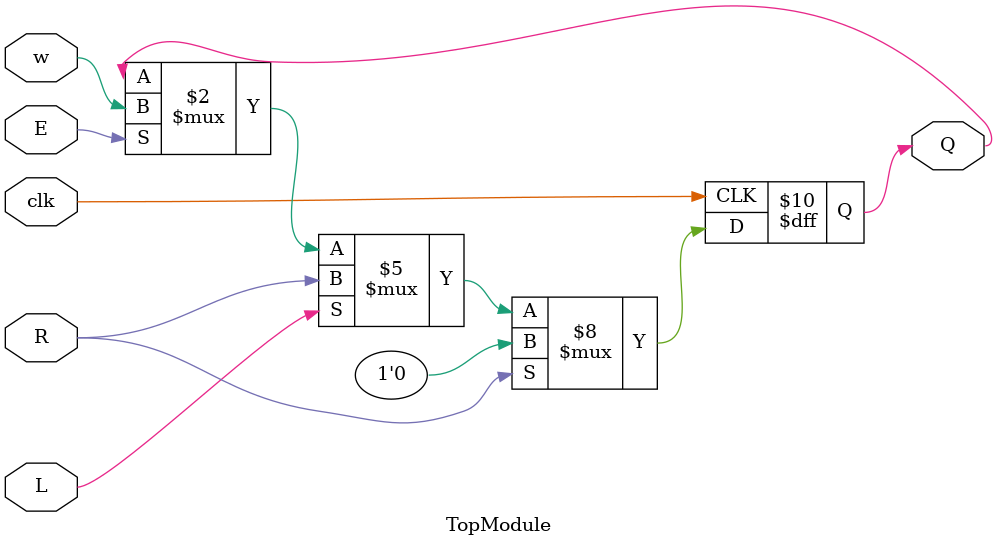
<source format=sv>
module TopModule (
    input  logic clk,
    input  logic w,
    input  logic R,
    input  logic E,
    input  logic L,
    output logic Q
);

    always @(posedge clk) begin
        if (R) begin
            Q <= 1'b0; // Reset Q to 0
        end else if (L) begin
            Q <= R; // Load R into Q
        end else if (E) begin
            Q <= w; // Shift in w
        end
    end

endmodule
</source>
